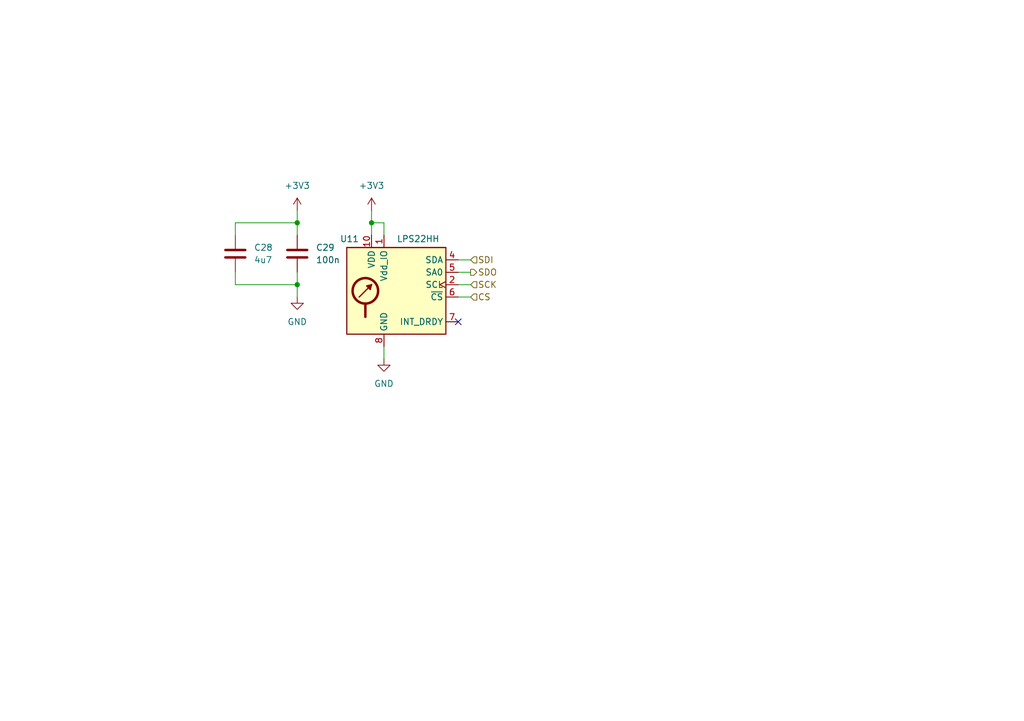
<source format=kicad_sch>
(kicad_sch (version 20231120) (generator "eeschema") (generator_version "8.0")
  (paper "A5")
  (lib_symbols
    (symbol "Device:C" (pin_numbers hide) (pin_names (offset 0.254))
      (property "Reference" "C" (at 0.635 2.54 0))
      (property "Value" "C" (at 0.635 -2.54 0))
      (symbol "C_0_1"
        (polyline (pts (xy -2.032 -0.762) (xy 2.032 -0.762)) (stroke (width 0.508)))
        (polyline (pts (xy -2.032 0.762) (xy 2.032 0.762)) (stroke (width 0.508)))
      )
      (symbol "C_1_1"
        (pin passive line (at 0 3.81 270) (length 2.794) (name "~") (number "1"))
        (pin passive line (at 0 -3.81 90) (length 2.794) (name "~") (number "2"))
      )
    )
    (symbol "Sensor_Pressure:LPS22HH"
      (property "Reference" "U" (at -11.43 1.27 0))
      (property "Value" "LPS22HH" (at -11.43 -1.27 0))
      (symbol "LPS22HH_0_1"
        (rectangle (start -10.16 10.16) (end 10.16 -7.62) (stroke (width 0.254)) (fill (type background)))
        (circle (center -6.35 1.27) (radius 2.6162) (stroke (width 0.508)))
        (polyline (pts (xy -7.62 0) (xy -5.08 2.54)) (stroke (width 0.254)))
        (polyline (pts (xy -6.35 -1.524) (xy -6.35 -4.064)) (stroke (width 0.508)))
        (polyline (pts (xy -5.08 2.54) (xy -5.334 1.524) (xy -6.096 2.286) (xy -5.08 2.54)) (stroke (width 0.254)) (fill (type outline)))
      )
      (symbol "LPS22HH_1_1"
        (pin power_in line (at -2.54 12.7 270) (length 2.54) (name "Vdd_IO") (number "1"))
        (pin power_in line (at -5.08 12.7 270) (length 2.54) (name "VDD") (number "10"))
        (pin input clock (at 12.7 2.54 180) (length 2.54) (name "SCL") (number "2"))
        (pin passive line (at -2.54 -10.16 90) (length 2.54) hide (name "GND") (number "3"))
        (pin bidirectional line (at 12.7 7.62 180) (length 2.54) (name "SDA") (number "4"))
        (pin input line (at 12.7 5.08 180) (length 2.54) (name "SA0") (number "5"))
        (pin input line (at 12.7 0 180) (length 2.54) (name "~{CS}") (number "6"))
        (pin output line (at 12.7 -5.08 180) (length 2.54) (name "INT_DRDY") (number "7"))
        (pin power_in line (at -2.54 -10.16 90) (length 2.54) (name "GND") (number "8"))
        (pin passive line (at -2.54 -10.16 90) (length 2.54) hide (name "GND") (number "9"))
      )
    )
    (symbol "power:+3V3" (power) (pin_numbers hide) (pin_names (offset 0) hide)
      (property "Value" "+3V3" (at 0 3.556 0))
      (symbol "+3V3_0_1"
        (polyline (pts (xy -0.762 1.27) (xy 0 2.54)))
        (polyline (pts (xy 0 0) (xy 0 2.54)))
        (polyline (pts (xy 0 2.54) (xy 0.762 1.27)))
      )
      (symbol "+3V3_1_1"
        (pin power_in line (at 0 0 90) (length 0) (name "~") (number "1"))
      )
    )
    (symbol "power:GND" (power) (pin_numbers hide) (pin_names (offset 0) hide)
      (property "Value" "GND" (at 0 -3.81 0))
      (symbol "GND_0_1"
        (polyline (pts (xy 0 0) (xy 0 -1.27) (xy 1.27 -1.27) (xy 0 -2.54) (xy -1.27 -1.27) (xy 0 -1.27)))
      )
      (symbol "GND_1_1"
        (pin power_in line (at 0 0 270) (length 0) (name "~") (number "1"))
      )
    )
  )
  (junction (at 60.96 58.42))
  (junction (at 60.96 45.72))
  (junction (at 76.2 45.72))
  (no_connect (at 93.98 66.04))
  (wire (pts (xy 93.98 60.96) (xy 96.52 60.96)))
  (wire (pts (xy 76.2 45.72) (xy 78.74 45.72)))
  (wire (pts (xy 93.98 55.88) (xy 96.52 55.88)))
  (wire (pts (xy 93.98 53.34) (xy 96.52 53.34)))
  (wire (pts (xy 48.26 45.72) (xy 48.26 48.26)))
  (wire (pts (xy 48.26 58.42) (xy 48.26 55.88)))
  (wire (pts (xy 78.74 45.72) (xy 78.74 48.26)))
  (wire (pts (xy 76.2 45.72) (xy 76.2 48.26)))
  (wire (pts (xy 60.96 55.88) (xy 60.96 58.42)))
  (wire (pts (xy 78.74 71.12) (xy 78.74 73.66)))
  (wire (pts (xy 76.2 43.18) (xy 76.2 45.72)))
  (wire (pts (xy 60.96 45.72) (xy 60.96 48.26)))
  (wire (pts (xy 60.96 45.72) (xy 48.26 45.72)))
  (wire (pts (xy 60.96 43.18) (xy 60.96 45.72)))
  (wire (pts (xy 60.96 58.42) (xy 48.26 58.42)))
  (wire (pts (xy 93.98 58.42) (xy 96.52 58.42)))
  (wire (pts (xy 60.96 58.42) (xy 60.96 60.96)))
  (hierarchical_label "CS" (shape input) (at 96.52 60.96 0))
  (hierarchical_label "SDI" (shape input) (at 96.52 53.34 0))
  (hierarchical_label "SCK" (shape input) (at 96.52 58.42 0))
  (hierarchical_label "SDO" (shape output) (at 96.52 55.88 0))
  (symbol (lib_id "Device:C") (at 60.96 52.07 0) (unit 1)
    (property "Reference" "C17" (at 64.77 50.7999 0) (effects (justify left)))
    (property "Value" "100n" (at 64.77 53.3399 0) (effects (justify left)))
    (property "Footprint" "Capacitor_SMD:C_0402_1005Metric" (effects (hide yes)))
    (property "Description" "Unpolarized capacitor" (effects (hide yes)))
    (property "LCSC" "C1525" (effects (hide yes)))
    (instances (project "load-cell" (path "" (reference "C29") (unit 1)) (path "" (reference "C21") (unit 1)) (path "" (reference "C25") (unit 1)) (path "" (reference "C17") (unit 1)) (path "" (reference "C19") (unit 1)) (path "" (reference "C23") (unit 1)) (path "" (reference "C27") (unit 1))))
  )
  (symbol (lib_id "Device:C") (at 48.26 52.07 0) (unit 1)
    (property "Reference" "C16" (at 52.07 50.7999 0) (effects (justify left)))
    (property "Value" "4u7" (at 52.07 53.3399 0) (effects (justify left)))
    (property "Footprint" "Capacitor_SMD:C_0402_1005Metric" (effects (hide yes)))
    (property "Description" "Unpolarized capacitor" (effects (hide yes)))
    (property "LCSC" "C23733" (effects (hide yes)))
    (instances (project "load-cell" (path "" (reference "C28") (unit 1)) (path "" (reference "C20") (unit 1)) (path "" (reference "C24") (unit 1)) (path "" (reference "C16") (unit 1)) (path "" (reference "C18") (unit 1)) (path "" (reference "C22") (unit 1)) (path "" (reference "C26") (unit 1))))
  )
  (symbol (lib_id "power:GND") (at 60.96 60.96 0) (unit 1)
    (property "Reference" "#PWR033" (effects (hide yes)))
    (property "Value" "GND" (at 60.96 66.04 0))
    (property "Description" "Power symbol creates a global label with name \"GND\" , ground" (effects (hide yes)))
    (instances (project "load-cell" (path "" (reference "#PWR057") (unit 1)) (path "" (reference "#PWR041") (unit 1)) (path "" (reference "#PWR049") (unit 1)) (path "" (reference "#PWR033") (unit 1)) (path "" (reference "#PWR037") (unit 1)) (path "" (reference "#PWR045") (unit 1)) (path "" (reference "#PWR053") (unit 1))))
  )
  (symbol (lib_id "power:GND") (at 78.74 73.66 0) (unit 1)
    (property "Reference" "#PWR035" (effects (hide yes)))
    (property "Value" "GND" (at 78.74 78.74 0))
    (property "Description" "Power symbol creates a global label with name \"GND\" , ground" (effects (hide yes)))
    (instances (project "load-cell" (path "" (reference "#PWR059") (unit 1)) (path "" (reference "#PWR043") (unit 1)) (path "" (reference "#PWR051") (unit 1)) (path "" (reference "#PWR035") (unit 1)) (path "" (reference "#PWR039") (unit 1)) (path "" (reference "#PWR047") (unit 1)) (path "" (reference "#PWR055") (unit 1))))
  )
  (symbol (lib_id "Sensor_Pressure:LPS22HH") (at 81.28 60.96 0) (unit 1)
    (property "Reference" "U5" (at 73.66 49.022 0) (effects (justify right)))
    (property "Value" "LPS22HH" (at 90.17 49.022 0) (effects (justify right)))
    (property "Footprint" "Package_LGA:ST_HLGA-10_2x2mm_P0.5mm_LayoutBorder3x2y" (effects (hide yes)))
    (property "Datasheet" "https://www.st.com/resource/en/datasheet/lps22hh.pdf" (effects (hide yes)))
    (property "Description" "MEMS nano pressure sensor, 260-1260 hPa, absolute digital output baromeeter, 24 bit, SPI, I2C, I3C, 0.65 Pa noise rms, ST_HLGA-10L" (effects (hide yes)))
    (property "LCSC" "C2827824" (effects (hide yes)))
    (instances (project "load-cell" (path "" (reference "U11") (unit 1)) (path "" (reference "U7") (unit 1)) (path "" (reference "U9") (unit 1)) (path "" (reference "U5") (unit 1)) (path "" (reference "U6") (unit 1)) (path "" (reference "U8") (unit 1)) (path "" (reference "U10") (unit 1))))
  )
  (symbol (lib_id "power:+3V3") (at 76.2 43.18 0) (unit 1)
    (property "Reference" "#PWR034" (effects (hide yes)))
    (property "Value" "+3V3" (at 76.2 38.1 0))
    (property "Description" "Power symbol creates a global label with name \"+3V3\"" (effects (hide yes)))
    (instances (project "load-cell" (path "" (reference "#PWR058") (unit 1)) (path "" (reference "#PWR042") (unit 1)) (path "" (reference "#PWR050") (unit 1)) (path "" (reference "#PWR034") (unit 1)) (path "" (reference "#PWR038") (unit 1)) (path "" (reference "#PWR046") (unit 1)) (path "" (reference "#PWR054") (unit 1))))
  )
  (symbol (lib_id "power:+3V3") (at 60.96 43.18 0) (unit 1)
    (property "Reference" "#PWR032" (effects (hide yes)))
    (property "Value" "+3V3" (at 60.96 38.1 0))
    (property "Description" "Power symbol creates a global label with name \"+3V3\"" (effects (hide yes)))
    (instances (project "load-cell" (path "" (reference "#PWR056") (unit 1)) (path "" (reference "#PWR040") (unit 1)) (path "" (reference "#PWR048") (unit 1)) (path "" (reference "#PWR032") (unit 1)) (path "" (reference "#PWR036") (unit 1)) (path "" (reference "#PWR044") (unit 1)) (path "" (reference "#PWR052") (unit 1))))
  )
)
</source>
